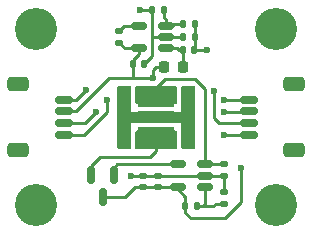
<source format=gtl>
%TF.GenerationSoftware,KiCad,Pcbnew,7.0.8-7.0.8~ubuntu22.04.1*%
%TF.CreationDate,2024-02-01T21:38:05-08:00*%
%TF.ProjectId,278nm_ELUC3535NUB_16mA,3237386e-6d5f-4454-9c55-43333533354e,rev?*%
%TF.SameCoordinates,Original*%
%TF.FileFunction,Copper,L1,Top*%
%TF.FilePolarity,Positive*%
%FSLAX46Y46*%
G04 Gerber Fmt 4.6, Leading zero omitted, Abs format (unit mm)*
G04 Created by KiCad (PCBNEW 7.0.8-7.0.8~ubuntu22.04.1) date 2024-02-01 21:38:05*
%MOMM*%
%LPD*%
G01*
G04 APERTURE LIST*
G04 Aperture macros list*
%AMRoundRect*
0 Rectangle with rounded corners*
0 $1 Rounding radius*
0 $2 $3 $4 $5 $6 $7 $8 $9 X,Y pos of 4 corners*
0 Add a 4 corners polygon primitive as box body*
4,1,4,$2,$3,$4,$5,$6,$7,$8,$9,$2,$3,0*
0 Add four circle primitives for the rounded corners*
1,1,$1+$1,$2,$3*
1,1,$1+$1,$4,$5*
1,1,$1+$1,$6,$7*
1,1,$1+$1,$8,$9*
0 Add four rect primitives between the rounded corners*
20,1,$1+$1,$2,$3,$4,$5,0*
20,1,$1+$1,$4,$5,$6,$7,0*
20,1,$1+$1,$6,$7,$8,$9,0*
20,1,$1+$1,$8,$9,$2,$3,0*%
G04 Aperture macros list end*
%TA.AperFunction,ComponentPad*%
%ADD10C,3.570000*%
%TD*%
%TA.AperFunction,SMDPad,CuDef*%
%ADD11R,3.100000X0.660000*%
%TD*%
%TA.AperFunction,SMDPad,CuDef*%
%ADD12R,3.100000X1.000000*%
%TD*%
%TA.AperFunction,SMDPad,CuDef*%
%ADD13RoundRect,0.150000X-0.625000X0.150000X-0.625000X-0.150000X0.625000X-0.150000X0.625000X0.150000X0*%
%TD*%
%TA.AperFunction,SMDPad,CuDef*%
%ADD14RoundRect,0.250000X-0.650000X0.350000X-0.650000X-0.350000X0.650000X-0.350000X0.650000X0.350000X0*%
%TD*%
%TA.AperFunction,SMDPad,CuDef*%
%ADD15RoundRect,0.150000X0.625000X-0.150000X0.625000X0.150000X-0.625000X0.150000X-0.625000X-0.150000X0*%
%TD*%
%TA.AperFunction,SMDPad,CuDef*%
%ADD16RoundRect,0.250000X0.650000X-0.350000X0.650000X0.350000X-0.650000X0.350000X-0.650000X-0.350000X0*%
%TD*%
%TA.AperFunction,SMDPad,CuDef*%
%ADD17RoundRect,0.135000X-0.185000X0.135000X-0.185000X-0.135000X0.185000X-0.135000X0.185000X0.135000X0*%
%TD*%
%TA.AperFunction,SMDPad,CuDef*%
%ADD18RoundRect,0.135000X0.135000X0.185000X-0.135000X0.185000X-0.135000X-0.185000X0.135000X-0.185000X0*%
%TD*%
%TA.AperFunction,SMDPad,CuDef*%
%ADD19RoundRect,0.135000X0.185000X-0.135000X0.185000X0.135000X-0.185000X0.135000X-0.185000X-0.135000X0*%
%TD*%
%TA.AperFunction,SMDPad,CuDef*%
%ADD20RoundRect,0.150000X0.512500X0.150000X-0.512500X0.150000X-0.512500X-0.150000X0.512500X-0.150000X0*%
%TD*%
%TA.AperFunction,SMDPad,CuDef*%
%ADD21RoundRect,0.140000X0.170000X-0.140000X0.170000X0.140000X-0.170000X0.140000X-0.170000X-0.140000X0*%
%TD*%
%TA.AperFunction,SMDPad,CuDef*%
%ADD22RoundRect,0.218750X-0.218750X-0.256250X0.218750X-0.256250X0.218750X0.256250X-0.218750X0.256250X0*%
%TD*%
%TA.AperFunction,SMDPad,CuDef*%
%ADD23RoundRect,0.135000X-0.135000X-0.185000X0.135000X-0.185000X0.135000X0.185000X-0.135000X0.185000X0*%
%TD*%
%TA.AperFunction,SMDPad,CuDef*%
%ADD24RoundRect,0.140000X0.140000X0.170000X-0.140000X0.170000X-0.140000X-0.170000X0.140000X-0.170000X0*%
%TD*%
%TA.AperFunction,SMDPad,CuDef*%
%ADD25RoundRect,0.140000X-0.140000X-0.170000X0.140000X-0.170000X0.140000X0.170000X-0.140000X0.170000X0*%
%TD*%
%TA.AperFunction,SMDPad,CuDef*%
%ADD26RoundRect,0.150000X-0.150000X0.587500X-0.150000X-0.587500X0.150000X-0.587500X0.150000X0.587500X0*%
%TD*%
%TA.AperFunction,SMDPad,CuDef*%
%ADD27RoundRect,0.147500X0.147500X0.172500X-0.147500X0.172500X-0.147500X-0.172500X0.147500X-0.172500X0*%
%TD*%
%TA.AperFunction,ViaPad*%
%ADD28C,0.600000*%
%TD*%
%TA.AperFunction,Conductor*%
%ADD29C,0.250000*%
%TD*%
G04 APERTURE END LIST*
D10*
%TO.P,M1,~*%
%TO.N,N/C*%
X52540000Y-52540000D03*
%TD*%
%TO.P,M2,~*%
%TO.N,N/C*%
X72860000Y-52540000D03*
%TD*%
%TO.P,M3,~*%
%TO.N,N/C*%
X72860000Y-67460000D03*
%TD*%
%TO.P,M4,~*%
%TO.N,N/C*%
X52540000Y-67460000D03*
%TD*%
D11*
%TO.P,D1,1,K*%
%TO.N,Net-(D1-K)*%
X62700000Y-58806000D03*
%TO.P,D1,2,A*%
%TO.N,Net-(D1-A)*%
X62700000Y-61194000D03*
D12*
%TO.P,D1,3,PAD*%
%TO.N,unconnected-(D1-PAD-Pad3)*%
X62700000Y-60000000D03*
%TD*%
D13*
%TO.P,J1,1,Pin_1*%
%TO.N,GND*%
X54880000Y-58500000D03*
%TO.P,J1,2,Pin_2*%
%TO.N,/VIN*%
X54880000Y-59500000D03*
%TO.P,J1,3,Pin_3*%
%TO.N,/SDA*%
X54880000Y-60500000D03*
%TO.P,J1,4,Pin_4*%
%TO.N,/SCL*%
X54880000Y-61500000D03*
D14*
%TO.P,J1,MP*%
%TO.N,N/C*%
X51005000Y-57200000D03*
X51005000Y-62800000D03*
%TD*%
D15*
%TO.P,J2,1,Pin_1*%
%TO.N,GND*%
X70520000Y-61500000D03*
%TO.P,J2,2,Pin_2*%
%TO.N,/VIN*%
X70520000Y-60500000D03*
%TO.P,J2,3,Pin_3*%
%TO.N,/SDA*%
X70520000Y-59500000D03*
%TO.P,J2,4,Pin_4*%
%TO.N,/SCL*%
X70520000Y-58500000D03*
D16*
%TO.P,J2,MP*%
%TO.N,N/C*%
X74395000Y-62800000D03*
X74395000Y-57200000D03*
%TD*%
D17*
%TO.P,R1,1*%
%TO.N,Net-(D1-K)*%
X68427600Y-63982600D03*
%TO.P,R1,2*%
%TO.N,GND*%
X68427600Y-65002600D03*
%TD*%
D18*
%TO.P,R6,1*%
%TO.N,Net-(U1-FB)*%
X63349600Y-50876200D03*
%TO.P,R6,2*%
%TO.N,GND*%
X62329600Y-50876200D03*
%TD*%
D19*
%TO.P,R4,1*%
%TO.N,/VIN*%
X59563000Y-53674200D03*
%TO.P,R4,2*%
%TO.N,Net-(U1-~{SHDN})*%
X59563000Y-52654200D03*
%TD*%
D20*
%TO.P,U2,1,+*%
%TO.N,/Vset*%
X66795200Y-65881000D03*
%TO.P,U2,2,V-*%
%TO.N,GND*%
X66795200Y-64931000D03*
%TO.P,U2,3,-*%
%TO.N,Net-(D1-K)*%
X66795200Y-63981000D03*
%TO.P,U2,4*%
%TO.N,Net-(Q1-B)*%
X64520200Y-63981000D03*
%TO.P,U2,5,V+*%
%TO.N,/10V*%
X64520200Y-65881000D03*
%TD*%
D21*
%TO.P,C3,1*%
%TO.N,/10V*%
X62845200Y-65936000D03*
%TO.P,C3,2*%
%TO.N,GND*%
X62845200Y-64976000D03*
%TD*%
D19*
%TO.P,R3,1*%
%TO.N,/Vset*%
X68427600Y-67360800D03*
%TO.P,R3,2*%
%TO.N,GND*%
X68427600Y-66340800D03*
%TD*%
D22*
%TO.P,L1,1,1*%
%TO.N,/VIN*%
X63372900Y-55753000D03*
%TO.P,L1,2,2*%
%TO.N,Net-(D2-A)*%
X64947900Y-55753000D03*
%TD*%
D23*
%TO.P,R2,1*%
%TO.N,/10V*%
X65150200Y-67481000D03*
%TO.P,R2,2*%
%TO.N,/Vset*%
X66170200Y-67481000D03*
%TD*%
D24*
%TO.P,C1,1*%
%TO.N,GND*%
X61671200Y-55499000D03*
%TO.P,C1,2*%
%TO.N,/VIN*%
X60711200Y-55499000D03*
%TD*%
D21*
%TO.P,C4,1*%
%TO.N,/10V*%
X61620200Y-65941000D03*
%TO.P,C4,2*%
%TO.N,GND*%
X61620200Y-64981000D03*
%TD*%
D25*
%TO.P,C2,1*%
%TO.N,GND*%
X65003800Y-53187600D03*
%TO.P,C2,2*%
%TO.N,/10V*%
X65963800Y-53187600D03*
%TD*%
D26*
%TO.P,Q1,1,B*%
%TO.N,Net-(Q1-B)*%
X59105800Y-64897000D03*
%TO.P,Q1,2,E*%
%TO.N,Net-(D1-A)*%
X57205800Y-64897000D03*
%TO.P,Q1,3,C*%
%TO.N,/10V*%
X58155800Y-66772000D03*
%TD*%
D27*
%TO.P,D2,1,K*%
%TO.N,/10V*%
X65939200Y-54305200D03*
%TO.P,D2,2,A*%
%TO.N,Net-(D2-A)*%
X64969200Y-54305200D03*
%TD*%
D18*
%TO.P,R5,1*%
%TO.N,/10V*%
X65963800Y-52120800D03*
%TO.P,R5,2*%
%TO.N,Net-(U1-FB)*%
X64943800Y-52120800D03*
%TD*%
D20*
%TO.P,U1,1,SW*%
%TO.N,Net-(D2-A)*%
X63494000Y-54147800D03*
%TO.P,U1,2,GND*%
%TO.N,GND*%
X63494000Y-53197800D03*
%TO.P,U1,3,FB*%
%TO.N,Net-(U1-FB)*%
X63494000Y-52247800D03*
%TO.P,U1,4,~{SHDN}*%
%TO.N,Net-(U1-~{SHDN})*%
X61219000Y-52247800D03*
%TO.P,U1,5,IN*%
%TO.N,/VIN*%
X61219000Y-54147800D03*
%TD*%
D28*
%TO.N,GND*%
X60604400Y-64947800D03*
X56718200Y-57683400D03*
X61341000Y-50876200D03*
X68453000Y-61493400D03*
%TO.N,/VIN*%
X67564000Y-57758204D03*
X62433200Y-56642000D03*
%TO.N,/10V*%
X69900800Y-64312800D03*
X67005200Y-54330600D03*
%TO.N,/SCL*%
X68402200Y-58496200D03*
X58572400Y-58496200D03*
%TO.N,/SDA*%
X57632600Y-59537600D03*
X68472931Y-59517669D03*
%TD*%
D29*
%TO.N,GND*%
X62329600Y-54840600D02*
X61671200Y-55499000D01*
X68427600Y-65002600D02*
X68427600Y-66340800D01*
X60637600Y-64981000D02*
X61620200Y-64981000D01*
X62845200Y-64976000D02*
X61625200Y-64976000D01*
X68427600Y-65002600D02*
X67949000Y-65002600D01*
X70313400Y-61493400D02*
X70320000Y-61500000D01*
X62845200Y-64976000D02*
X63945200Y-64976000D01*
X67949000Y-65002600D02*
X67877400Y-64931000D01*
X68453000Y-61493400D02*
X70413400Y-61493400D01*
X62329600Y-53187600D02*
X62329600Y-54840600D01*
X62329600Y-50876200D02*
X62329600Y-53187600D01*
X70413400Y-61493400D02*
X70420000Y-61500000D01*
X64993600Y-53197800D02*
X65003800Y-53187600D01*
X70768400Y-61493400D02*
X70775000Y-61500000D01*
X62339800Y-53197800D02*
X62329600Y-53187600D01*
X70363400Y-61493400D02*
X70370000Y-61500000D01*
X66750200Y-64976000D02*
X66795200Y-64931000D01*
X55901600Y-58500000D02*
X54980000Y-58500000D01*
X67877400Y-64931000D02*
X66795200Y-64931000D01*
X56718200Y-57683400D02*
X55901600Y-58500000D01*
X63945200Y-64976000D02*
X66750200Y-64976000D01*
X63494000Y-53197800D02*
X64993600Y-53197800D01*
X61341000Y-50876200D02*
X62329600Y-50876200D01*
X60604400Y-64947800D02*
X60637600Y-64981000D01*
X61625200Y-64976000D02*
X61620200Y-64981000D01*
X63494000Y-53197800D02*
X62339800Y-53197800D01*
%TO.N,/VIN*%
X60036600Y-54147800D02*
X59563000Y-53674200D01*
X67564000Y-57758204D02*
X67564000Y-60045600D01*
X61219000Y-54605000D02*
X60711200Y-55112800D01*
X62407800Y-56667400D02*
X62433200Y-56642000D01*
X58724800Y-56667400D02*
X60706000Y-56667400D01*
X68018400Y-60500000D02*
X70420000Y-60500000D01*
X60706000Y-56667400D02*
X62407800Y-56667400D01*
X62687200Y-55753000D02*
X63372900Y-55753000D01*
X61219000Y-54147800D02*
X61219000Y-54605000D01*
X61219000Y-54147800D02*
X60036600Y-54147800D01*
X60711200Y-56662200D02*
X60706000Y-56667400D01*
X67564000Y-60045600D02*
X68018400Y-60500000D01*
X62433200Y-56007000D02*
X62433200Y-56642000D01*
X54880000Y-59500000D02*
X55892200Y-59500000D01*
X62687200Y-55753000D02*
X62433200Y-56007000D01*
X60711200Y-55499000D02*
X60711200Y-56662200D01*
X60711200Y-55112800D02*
X60711200Y-55499000D01*
X55892200Y-59500000D02*
X58724800Y-56667400D01*
%TO.N,/10V*%
X69900800Y-67183000D02*
X68554600Y-68529200D01*
X64520200Y-65881000D02*
X64520200Y-66081000D01*
X62840200Y-65941000D02*
X62845200Y-65936000D01*
X63545200Y-65936000D02*
X64465200Y-65936000D01*
X65939200Y-54305200D02*
X66979800Y-54305200D01*
X65963800Y-52120800D02*
X65963800Y-53187600D01*
X65608200Y-68554600D02*
X65150200Y-68096600D01*
X58155800Y-66772000D02*
X60050200Y-66772000D01*
X62845200Y-65936000D02*
X63545200Y-65936000D01*
X60881200Y-65941000D02*
X61620200Y-65941000D01*
X66979800Y-54305200D02*
X67005200Y-54330600D01*
X65150200Y-66711000D02*
X65150200Y-67481000D01*
X65963800Y-53187600D02*
X65963800Y-54280600D01*
X64520200Y-66081000D02*
X65150200Y-66711000D01*
X65150200Y-68096600D02*
X65150200Y-67481000D01*
X61620200Y-65941000D02*
X62840200Y-65941000D01*
X65633600Y-68529200D02*
X65608200Y-68554600D01*
X68554600Y-68529200D02*
X65633600Y-68529200D01*
X65963800Y-54204400D02*
X65939200Y-54229000D01*
X60050200Y-66772000D02*
X60881200Y-65941000D01*
X69900800Y-64312800D02*
X69900800Y-67183000D01*
X64465200Y-65936000D02*
X64520200Y-65881000D01*
%TO.N,/SCL*%
X70520000Y-58500000D02*
X68406000Y-58500000D01*
X56584600Y-61500000D02*
X54980000Y-61500000D01*
X68406000Y-58500000D02*
X68402200Y-58496200D01*
X58572400Y-58496200D02*
X58572400Y-59512200D01*
X70360000Y-58490000D02*
X70370000Y-58500000D01*
X58572400Y-59512200D02*
X56584600Y-61500000D01*
X70310000Y-58490000D02*
X70320000Y-58500000D01*
%TO.N,/SDA*%
X68472931Y-59517669D02*
X70402331Y-59517669D01*
X68472931Y-59517669D02*
X68490600Y-59500000D01*
X70402331Y-59517669D02*
X70420000Y-59500000D01*
X68472931Y-59517669D02*
X68455262Y-59500000D01*
X70352331Y-59517669D02*
X70370000Y-59500000D01*
X57632600Y-59537600D02*
X56670200Y-60500000D01*
X56670200Y-60500000D02*
X54980000Y-60500000D01*
%TO.N,Net-(D2-A)*%
X64969200Y-54305200D02*
X64617600Y-54305200D01*
X64617600Y-54305200D02*
X64460200Y-54147800D01*
X64947900Y-55753000D02*
X64947900Y-54326500D01*
X64947900Y-54326500D02*
X64969200Y-54305200D01*
X64460200Y-54147800D02*
X63494000Y-54147800D01*
%TO.N,Net-(D1-K)*%
X62700000Y-57485600D02*
X63416600Y-56769000D01*
X68426000Y-63981000D02*
X68427600Y-63982600D01*
X66795200Y-57600400D02*
X66795200Y-63981000D01*
X63416600Y-56769000D02*
X65963800Y-56769000D01*
X65963800Y-56769000D02*
X66795200Y-57600400D01*
X62700000Y-58575000D02*
X62700000Y-57485600D01*
X66795200Y-63981000D02*
X68426000Y-63981000D01*
%TO.N,Net-(D1-A)*%
X57205800Y-64897000D02*
X57205800Y-64104600D01*
X62700000Y-62852200D02*
X62700000Y-61425000D01*
X57912000Y-63398400D02*
X62153800Y-63398400D01*
X57205800Y-64104600D02*
X57912000Y-63398400D01*
X62153800Y-63398400D02*
X62700000Y-62852200D01*
%TO.N,Net-(Q1-B)*%
X59412200Y-63981000D02*
X64520200Y-63981000D01*
X59105800Y-64287400D02*
X59412200Y-63981000D01*
X59105800Y-64897000D02*
X59105800Y-64287400D01*
%TO.N,/Vset*%
X66795200Y-67346000D02*
X66660200Y-67481000D01*
X67716400Y-67360800D02*
X68427600Y-67360800D01*
X66795200Y-65881000D02*
X66795200Y-67196000D01*
X66522600Y-67481000D02*
X67596200Y-67481000D01*
X66522600Y-67481000D02*
X66170200Y-67481000D01*
X66795200Y-67196000D02*
X66795200Y-67346000D01*
X66660200Y-67481000D02*
X66522600Y-67481000D01*
X67596200Y-67481000D02*
X67716400Y-67360800D01*
%TO.N,Net-(U1-~{SHDN})*%
X59969400Y-52247800D02*
X61219000Y-52247800D01*
X59563000Y-52654200D02*
X59969400Y-52247800D01*
%TO.N,Net-(U1-FB)*%
X64185800Y-52120800D02*
X64943800Y-52120800D01*
X64973200Y-52091400D02*
X64943800Y-52120800D01*
X63349600Y-51564000D02*
X63349600Y-50876200D01*
X63494000Y-51708400D02*
X63349600Y-51564000D01*
X64058800Y-52247800D02*
X64185800Y-52120800D01*
X63494000Y-52247800D02*
X64058800Y-52247800D01*
X63494000Y-52247800D02*
X63494000Y-51708400D01*
%TD*%
%TA.AperFunction,Conductor*%
%TO.N,Net-(D1-A)*%
G36*
X64382839Y-61132085D02*
G01*
X64428594Y-61184889D01*
X64439800Y-61236400D01*
X64439800Y-62563200D01*
X64420115Y-62630239D01*
X64367311Y-62675994D01*
X64315800Y-62687200D01*
X61058600Y-62687200D01*
X60991561Y-62667515D01*
X60945806Y-62614711D01*
X60934600Y-62563200D01*
X60934600Y-61236400D01*
X60954285Y-61169361D01*
X61007089Y-61123606D01*
X61058600Y-61112400D01*
X64315800Y-61112400D01*
X64382839Y-61132085D01*
G37*
%TD.AperFunction*%
%TD*%
%TA.AperFunction,Conductor*%
%TO.N,Net-(D1-K)*%
G36*
X64382839Y-57372885D02*
G01*
X64428594Y-57425689D01*
X64439800Y-57477200D01*
X64439800Y-58727800D01*
X64420115Y-58794839D01*
X64367311Y-58840594D01*
X64315800Y-58851800D01*
X61058600Y-58851800D01*
X60991561Y-58832115D01*
X60945806Y-58779311D01*
X60934600Y-58727800D01*
X60934600Y-57477200D01*
X60954285Y-57410161D01*
X61007089Y-57364406D01*
X61058600Y-57353200D01*
X64315800Y-57353200D01*
X64382839Y-57372885D01*
G37*
%TD.AperFunction*%
%TD*%
%TA.AperFunction,Conductor*%
%TO.N,unconnected-(D1-PAD-Pad3)*%
G36*
X60547439Y-57372885D02*
G01*
X60593194Y-57425689D01*
X60604400Y-57477200D01*
X60604400Y-59512200D01*
X61140800Y-59512200D01*
X61207839Y-59531885D01*
X61253594Y-59584689D01*
X61264800Y-59636200D01*
X61264800Y-60378800D01*
X61245115Y-60445839D01*
X61192311Y-60491594D01*
X61140800Y-60502800D01*
X60604400Y-60502800D01*
X60604400Y-62537800D01*
X60584715Y-62604839D01*
X60531911Y-62650594D01*
X60480400Y-62661800D01*
X59534600Y-62661800D01*
X59467561Y-62642115D01*
X59421806Y-62589311D01*
X59410600Y-62537800D01*
X59410600Y-57477200D01*
X59430285Y-57410161D01*
X59483089Y-57364406D01*
X59534600Y-57353200D01*
X60480400Y-57353200D01*
X60547439Y-57372885D01*
G37*
%TD.AperFunction*%
%TD*%
%TA.AperFunction,Conductor*%
%TO.N,unconnected-(D1-PAD-Pad3)*%
G36*
X65957639Y-57372885D02*
G01*
X66003394Y-57425689D01*
X66014600Y-57477200D01*
X66014600Y-62537800D01*
X65994915Y-62604839D01*
X65942111Y-62650594D01*
X65890600Y-62661800D01*
X64919400Y-62661800D01*
X64852361Y-62642115D01*
X64806606Y-62589311D01*
X64795400Y-62537800D01*
X64795400Y-60502800D01*
X64106600Y-60502800D01*
X64039561Y-60483115D01*
X63993806Y-60430311D01*
X63982600Y-60378800D01*
X63982600Y-59636200D01*
X64002285Y-59569161D01*
X64055089Y-59523406D01*
X64106600Y-59512200D01*
X64770000Y-59512200D01*
X64770000Y-57477200D01*
X64789685Y-57410161D01*
X64842489Y-57364406D01*
X64894000Y-57353200D01*
X65890600Y-57353200D01*
X65957639Y-57372885D01*
G37*
%TD.AperFunction*%
%TD*%
M02*

</source>
